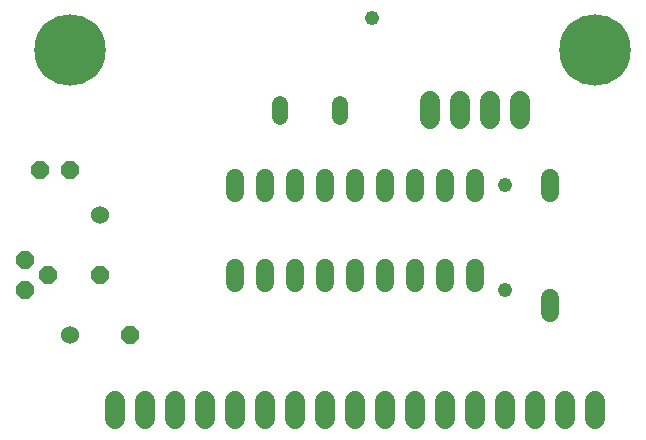
<source format=gbr>
G04 EAGLE Gerber RS-274X export*
G75*
%MOMM*%
%FSLAX34Y34*%
%LPD*%
%INSoldermask Bottom*%
%IPPOS*%
%AMOC8*
5,1,8,0,0,1.08239X$1,22.5*%
G01*
%ADD10P,1.649562X8X22.500000*%
%ADD11P,1.649562X8X292.500000*%
%ADD12C,1.524000*%
%ADD13C,1.524000*%
%ADD14C,1.727200*%
%ADD15C,1.320800*%
%ADD16C,6.045200*%
%ADD17C,1.209600*%


D10*
X50800Y241300D03*
X76200Y241300D03*
D11*
X101600Y152400D03*
D12*
X101600Y203200D03*
D10*
X127000Y101600D03*
D12*
X76200Y101600D03*
D13*
X482600Y120396D02*
X482600Y133604D01*
X482600Y221996D02*
X482600Y235204D01*
X215900Y159004D02*
X215900Y145796D01*
X241300Y145796D02*
X241300Y159004D01*
X266700Y159004D02*
X266700Y145796D01*
X292100Y145796D02*
X292100Y159004D01*
X317500Y159004D02*
X317500Y145796D01*
X342900Y145796D02*
X342900Y159004D01*
X368300Y159004D02*
X368300Y145796D01*
X393700Y145796D02*
X393700Y159004D01*
X419100Y159004D02*
X419100Y145796D01*
X419100Y221996D02*
X419100Y235204D01*
X393700Y235204D02*
X393700Y221996D01*
X368300Y221996D02*
X368300Y235204D01*
X342900Y235204D02*
X342900Y221996D01*
X317500Y221996D02*
X317500Y235204D01*
X292100Y235204D02*
X292100Y221996D01*
X266700Y221996D02*
X266700Y235204D01*
X241300Y235204D02*
X241300Y221996D01*
X215900Y221996D02*
X215900Y235204D01*
D11*
X38100Y165100D03*
X57150Y152400D03*
X38100Y139700D03*
D14*
X457200Y284480D02*
X457200Y299720D01*
X431800Y299720D02*
X431800Y284480D01*
X406400Y284480D02*
X406400Y299720D01*
X381000Y299720D02*
X381000Y284480D01*
X520700Y45720D02*
X520700Y30480D01*
X495300Y30480D02*
X495300Y45720D01*
X469900Y45720D02*
X469900Y30480D01*
X444500Y30480D02*
X444500Y45720D01*
X419100Y45720D02*
X419100Y30480D01*
X393700Y30480D02*
X393700Y45720D01*
X368300Y45720D02*
X368300Y30480D01*
X342900Y30480D02*
X342900Y45720D01*
X317500Y45720D02*
X317500Y30480D01*
X292100Y30480D02*
X292100Y45720D01*
X266700Y45720D02*
X266700Y30480D01*
X241300Y30480D02*
X241300Y45720D01*
X215900Y45720D02*
X215900Y30480D01*
X190500Y30480D02*
X190500Y45720D01*
X165100Y45720D02*
X165100Y30480D01*
X139700Y30480D02*
X139700Y45720D01*
X114300Y45720D02*
X114300Y30480D01*
D15*
X304800Y286512D02*
X304800Y297688D01*
X254000Y297688D02*
X254000Y286512D01*
D16*
X76200Y342900D03*
X520700Y342900D03*
D17*
X331500Y370382D03*
X444500Y228600D03*
X444500Y139700D03*
M02*

</source>
